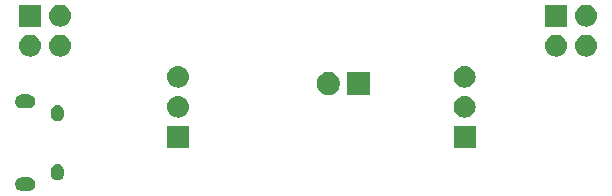
<source format=gbr>
G04 #@! TF.GenerationSoftware,KiCad,Pcbnew,(5.1.4)-1*
G04 #@! TF.CreationDate,2019-09-29T17:47:35+09:00*
G04 #@! TF.ProjectId,project 02 micro usb,70726f6a-6563-4742-9030-32206d696372,2*
G04 #@! TF.SameCoordinates,Original*
G04 #@! TF.FileFunction,Soldermask,Bot*
G04 #@! TF.FilePolarity,Negative*
%FSLAX46Y46*%
G04 Gerber Fmt 4.6, Leading zero omitted, Abs format (unit mm)*
G04 Created by KiCad (PCBNEW (5.1.4)-1) date 2019-09-29 17:47:35*
%MOMM*%
%LPD*%
G04 APERTURE LIST*
%ADD10C,0.100000*%
G04 APERTURE END LIST*
D10*
G36*
X106381516Y-45176579D02*
G01*
X106437955Y-45182138D01*
X106522260Y-45207712D01*
X106546572Y-45215087D01*
X106646668Y-45268589D01*
X106734406Y-45340594D01*
X106806411Y-45428332D01*
X106859913Y-45528428D01*
X106859914Y-45528431D01*
X106892862Y-45637045D01*
X106903987Y-45750000D01*
X106892862Y-45862955D01*
X106859914Y-45971569D01*
X106859913Y-45971572D01*
X106806411Y-46071668D01*
X106734406Y-46159406D01*
X106646668Y-46231411D01*
X106546572Y-46284913D01*
X106546569Y-46284914D01*
X106437955Y-46317862D01*
X106381516Y-46323421D01*
X106353298Y-46326200D01*
X105746702Y-46326200D01*
X105718484Y-46323421D01*
X105662045Y-46317862D01*
X105553431Y-46284914D01*
X105553428Y-46284913D01*
X105453332Y-46231411D01*
X105365594Y-46159406D01*
X105293589Y-46071668D01*
X105240087Y-45971572D01*
X105240086Y-45971569D01*
X105207138Y-45862955D01*
X105196013Y-45750000D01*
X105207138Y-45637045D01*
X105240086Y-45528431D01*
X105240087Y-45528428D01*
X105293589Y-45428332D01*
X105365594Y-45340594D01*
X105453332Y-45268589D01*
X105553428Y-45215087D01*
X105577740Y-45207712D01*
X105662045Y-45182138D01*
X105718484Y-45176579D01*
X105746702Y-45173800D01*
X106353298Y-45173800D01*
X106381516Y-45176579D01*
X106381516Y-45176579D01*
G37*
G36*
X108858054Y-44056775D02*
G01*
X108961956Y-44088294D01*
X109057712Y-44139476D01*
X109141643Y-44208357D01*
X109210524Y-44292288D01*
X109261706Y-44388045D01*
X109293225Y-44491947D01*
X109301200Y-44572922D01*
X109301200Y-44927079D01*
X109293225Y-45008054D01*
X109261706Y-45111956D01*
X109210524Y-45207712D01*
X109141643Y-45291643D01*
X109057712Y-45360524D01*
X108961955Y-45411706D01*
X108858053Y-45443225D01*
X108750000Y-45453867D01*
X108641946Y-45443225D01*
X108538044Y-45411706D01*
X108442288Y-45360524D01*
X108358357Y-45291643D01*
X108289476Y-45207712D01*
X108238294Y-45111955D01*
X108206775Y-45008053D01*
X108198800Y-44927078D01*
X108198800Y-44572921D01*
X108206775Y-44491946D01*
X108238295Y-44388044D01*
X108238296Y-44388041D01*
X108289476Y-44292290D01*
X108289477Y-44292288D01*
X108358358Y-44208357D01*
X108442289Y-44139476D01*
X108538045Y-44088294D01*
X108641947Y-44056775D01*
X108750000Y-44046133D01*
X108858054Y-44056775D01*
X108858054Y-44056775D01*
G37*
G36*
X119926200Y-42676200D02*
G01*
X118073800Y-42676200D01*
X118073800Y-40823800D01*
X119926200Y-40823800D01*
X119926200Y-42676200D01*
X119926200Y-42676200D01*
G37*
G36*
X144176200Y-42676200D02*
G01*
X142323800Y-42676200D01*
X142323800Y-40823800D01*
X144176200Y-40823800D01*
X144176200Y-42676200D01*
X144176200Y-42676200D01*
G37*
G36*
X108858054Y-39056775D02*
G01*
X108961956Y-39088294D01*
X109057712Y-39139476D01*
X109141643Y-39208357D01*
X109210524Y-39292288D01*
X109261706Y-39388045D01*
X109293225Y-39491947D01*
X109301200Y-39572922D01*
X109301200Y-39927079D01*
X109293225Y-40008054D01*
X109261706Y-40111956D01*
X109210524Y-40207712D01*
X109141643Y-40291643D01*
X109057712Y-40360524D01*
X108961955Y-40411706D01*
X108858053Y-40443225D01*
X108750000Y-40453867D01*
X108641946Y-40443225D01*
X108538044Y-40411706D01*
X108442288Y-40360524D01*
X108358357Y-40291643D01*
X108289476Y-40207712D01*
X108238294Y-40111955D01*
X108206775Y-40008053D01*
X108198800Y-39927078D01*
X108198800Y-39572921D01*
X108206775Y-39491946D01*
X108238295Y-39388044D01*
X108238296Y-39388041D01*
X108289476Y-39292290D01*
X108289477Y-39292288D01*
X108358358Y-39208357D01*
X108442289Y-39139476D01*
X108538045Y-39088294D01*
X108641947Y-39056775D01*
X108750000Y-39046133D01*
X108858054Y-39056775D01*
X108858054Y-39056775D01*
G37*
G36*
X119181565Y-38297201D02*
G01*
X119356159Y-38350164D01*
X119517058Y-38436166D01*
X119658091Y-38551909D01*
X119773834Y-38692942D01*
X119859836Y-38853841D01*
X119912799Y-39028435D01*
X119930681Y-39210000D01*
X119912799Y-39391565D01*
X119859836Y-39566159D01*
X119773834Y-39727058D01*
X119658091Y-39868091D01*
X119517058Y-39983834D01*
X119356159Y-40069836D01*
X119181565Y-40122799D01*
X119045500Y-40136200D01*
X118954500Y-40136200D01*
X118818435Y-40122799D01*
X118643841Y-40069836D01*
X118482942Y-39983834D01*
X118341909Y-39868091D01*
X118226166Y-39727058D01*
X118140164Y-39566159D01*
X118087201Y-39391565D01*
X118069319Y-39210000D01*
X118087201Y-39028435D01*
X118140164Y-38853841D01*
X118226166Y-38692942D01*
X118341909Y-38551909D01*
X118482942Y-38436166D01*
X118643841Y-38350164D01*
X118818435Y-38297201D01*
X118954500Y-38283800D01*
X119045500Y-38283800D01*
X119181565Y-38297201D01*
X119181565Y-38297201D01*
G37*
G36*
X143431565Y-38297201D02*
G01*
X143606159Y-38350164D01*
X143767058Y-38436166D01*
X143908091Y-38551909D01*
X144023834Y-38692942D01*
X144109836Y-38853841D01*
X144162799Y-39028435D01*
X144180681Y-39210000D01*
X144162799Y-39391565D01*
X144109836Y-39566159D01*
X144023834Y-39727058D01*
X143908091Y-39868091D01*
X143767058Y-39983834D01*
X143606159Y-40069836D01*
X143431565Y-40122799D01*
X143295500Y-40136200D01*
X143204500Y-40136200D01*
X143068435Y-40122799D01*
X142893841Y-40069836D01*
X142732942Y-39983834D01*
X142591909Y-39868091D01*
X142476166Y-39727058D01*
X142390164Y-39566159D01*
X142337201Y-39391565D01*
X142319319Y-39210000D01*
X142337201Y-39028435D01*
X142390164Y-38853841D01*
X142476166Y-38692942D01*
X142591909Y-38551909D01*
X142732942Y-38436166D01*
X142893841Y-38350164D01*
X143068435Y-38297201D01*
X143204500Y-38283800D01*
X143295500Y-38283800D01*
X143431565Y-38297201D01*
X143431565Y-38297201D01*
G37*
G36*
X106381516Y-38176579D02*
G01*
X106437955Y-38182138D01*
X106546569Y-38215086D01*
X106546572Y-38215087D01*
X106646668Y-38268589D01*
X106734406Y-38340594D01*
X106806411Y-38428332D01*
X106859913Y-38528428D01*
X106859914Y-38528431D01*
X106892862Y-38637045D01*
X106903987Y-38750000D01*
X106892862Y-38862955D01*
X106859914Y-38971569D01*
X106859913Y-38971572D01*
X106806411Y-39071668D01*
X106734406Y-39159406D01*
X106646668Y-39231411D01*
X106546572Y-39284913D01*
X106546569Y-39284914D01*
X106437955Y-39317862D01*
X106381516Y-39323421D01*
X106353298Y-39326200D01*
X105746702Y-39326200D01*
X105718484Y-39323421D01*
X105662045Y-39317862D01*
X105553431Y-39284914D01*
X105553428Y-39284913D01*
X105453332Y-39231411D01*
X105365594Y-39159406D01*
X105293589Y-39071668D01*
X105240087Y-38971572D01*
X105240086Y-38971569D01*
X105207138Y-38862955D01*
X105196013Y-38750000D01*
X105207138Y-38637045D01*
X105240086Y-38528431D01*
X105240087Y-38528428D01*
X105293589Y-38428332D01*
X105365594Y-38340594D01*
X105453332Y-38268589D01*
X105553428Y-38215087D01*
X105553431Y-38215086D01*
X105662045Y-38182138D01*
X105718484Y-38176579D01*
X105746702Y-38173800D01*
X106353298Y-38173800D01*
X106381516Y-38176579D01*
X106381516Y-38176579D01*
G37*
G36*
X135226200Y-38226200D02*
G01*
X133273800Y-38226200D01*
X133273800Y-36273800D01*
X135226200Y-36273800D01*
X135226200Y-38226200D01*
X135226200Y-38226200D01*
G37*
G36*
X131931880Y-36298810D02*
G01*
X131994747Y-36311315D01*
X132172404Y-36384903D01*
X132332291Y-36491736D01*
X132468264Y-36627709D01*
X132575097Y-36787596D01*
X132648685Y-36965253D01*
X132686200Y-37153853D01*
X132686200Y-37346147D01*
X132648685Y-37534747D01*
X132575097Y-37712404D01*
X132468264Y-37872291D01*
X132332291Y-38008264D01*
X132172404Y-38115097D01*
X131994747Y-38188685D01*
X131931880Y-38201190D01*
X131806149Y-38226200D01*
X131613851Y-38226200D01*
X131488120Y-38201190D01*
X131425253Y-38188685D01*
X131247596Y-38115097D01*
X131087709Y-38008264D01*
X130951736Y-37872291D01*
X130844903Y-37712404D01*
X130771315Y-37534747D01*
X130733800Y-37346147D01*
X130733800Y-37153853D01*
X130771315Y-36965253D01*
X130844903Y-36787596D01*
X130951736Y-36627709D01*
X131087709Y-36491736D01*
X131247596Y-36384903D01*
X131425253Y-36311315D01*
X131488120Y-36298810D01*
X131613851Y-36273800D01*
X131806149Y-36273800D01*
X131931880Y-36298810D01*
X131931880Y-36298810D01*
G37*
G36*
X119181565Y-35757201D02*
G01*
X119356159Y-35810164D01*
X119517058Y-35896166D01*
X119658091Y-36011909D01*
X119773834Y-36152942D01*
X119859836Y-36313841D01*
X119912799Y-36488435D01*
X119930681Y-36670000D01*
X119912799Y-36851565D01*
X119859836Y-37026159D01*
X119773834Y-37187058D01*
X119658091Y-37328091D01*
X119517058Y-37443834D01*
X119356159Y-37529836D01*
X119181565Y-37582799D01*
X119045500Y-37596200D01*
X118954500Y-37596200D01*
X118818435Y-37582799D01*
X118643841Y-37529836D01*
X118482942Y-37443834D01*
X118341909Y-37328091D01*
X118226166Y-37187058D01*
X118140164Y-37026159D01*
X118087201Y-36851565D01*
X118069319Y-36670000D01*
X118087201Y-36488435D01*
X118140164Y-36313841D01*
X118226166Y-36152942D01*
X118341909Y-36011909D01*
X118482942Y-35896166D01*
X118643841Y-35810164D01*
X118818435Y-35757201D01*
X118954500Y-35743800D01*
X119045500Y-35743800D01*
X119181565Y-35757201D01*
X119181565Y-35757201D01*
G37*
G36*
X143431565Y-35757201D02*
G01*
X143606159Y-35810164D01*
X143767058Y-35896166D01*
X143908091Y-36011909D01*
X144023834Y-36152942D01*
X144109836Y-36313841D01*
X144162799Y-36488435D01*
X144180681Y-36670000D01*
X144162799Y-36851565D01*
X144109836Y-37026159D01*
X144023834Y-37187058D01*
X143908091Y-37328091D01*
X143767058Y-37443834D01*
X143606159Y-37529836D01*
X143431565Y-37582799D01*
X143295500Y-37596200D01*
X143204500Y-37596200D01*
X143068435Y-37582799D01*
X142893841Y-37529836D01*
X142732942Y-37443834D01*
X142591909Y-37328091D01*
X142476166Y-37187058D01*
X142390164Y-37026159D01*
X142337201Y-36851565D01*
X142319319Y-36670000D01*
X142337201Y-36488435D01*
X142390164Y-36313841D01*
X142476166Y-36152942D01*
X142591909Y-36011909D01*
X142732942Y-35896166D01*
X142893841Y-35810164D01*
X143068435Y-35757201D01*
X143204500Y-35743800D01*
X143295500Y-35743800D01*
X143431565Y-35757201D01*
X143431565Y-35757201D01*
G37*
G36*
X151181565Y-33127201D02*
G01*
X151356159Y-33180164D01*
X151517058Y-33266166D01*
X151658091Y-33381909D01*
X151773834Y-33522942D01*
X151859836Y-33683841D01*
X151912799Y-33858435D01*
X151930681Y-34040000D01*
X151912799Y-34221565D01*
X151859836Y-34396159D01*
X151773834Y-34557058D01*
X151658091Y-34698091D01*
X151517058Y-34813834D01*
X151356159Y-34899836D01*
X151181565Y-34952799D01*
X151045500Y-34966200D01*
X150954500Y-34966200D01*
X150818435Y-34952799D01*
X150643841Y-34899836D01*
X150482942Y-34813834D01*
X150341909Y-34698091D01*
X150226166Y-34557058D01*
X150140164Y-34396159D01*
X150087201Y-34221565D01*
X150069319Y-34040000D01*
X150087201Y-33858435D01*
X150140164Y-33683841D01*
X150226166Y-33522942D01*
X150341909Y-33381909D01*
X150482942Y-33266166D01*
X150643841Y-33180164D01*
X150818435Y-33127201D01*
X150954500Y-33113800D01*
X151045500Y-33113800D01*
X151181565Y-33127201D01*
X151181565Y-33127201D01*
G37*
G36*
X109181565Y-33127201D02*
G01*
X109356159Y-33180164D01*
X109517058Y-33266166D01*
X109658091Y-33381909D01*
X109773834Y-33522942D01*
X109859836Y-33683841D01*
X109912799Y-33858435D01*
X109930681Y-34040000D01*
X109912799Y-34221565D01*
X109859836Y-34396159D01*
X109773834Y-34557058D01*
X109658091Y-34698091D01*
X109517058Y-34813834D01*
X109356159Y-34899836D01*
X109181565Y-34952799D01*
X109045500Y-34966200D01*
X108954500Y-34966200D01*
X108818435Y-34952799D01*
X108643841Y-34899836D01*
X108482942Y-34813834D01*
X108341909Y-34698091D01*
X108226166Y-34557058D01*
X108140164Y-34396159D01*
X108087201Y-34221565D01*
X108069319Y-34040000D01*
X108087201Y-33858435D01*
X108140164Y-33683841D01*
X108226166Y-33522942D01*
X108341909Y-33381909D01*
X108482942Y-33266166D01*
X108643841Y-33180164D01*
X108818435Y-33127201D01*
X108954500Y-33113800D01*
X109045500Y-33113800D01*
X109181565Y-33127201D01*
X109181565Y-33127201D01*
G37*
G36*
X106641565Y-33127201D02*
G01*
X106816159Y-33180164D01*
X106977058Y-33266166D01*
X107118091Y-33381909D01*
X107233834Y-33522942D01*
X107319836Y-33683841D01*
X107372799Y-33858435D01*
X107390681Y-34040000D01*
X107372799Y-34221565D01*
X107319836Y-34396159D01*
X107233834Y-34557058D01*
X107118091Y-34698091D01*
X106977058Y-34813834D01*
X106816159Y-34899836D01*
X106641565Y-34952799D01*
X106505500Y-34966200D01*
X106414500Y-34966200D01*
X106278435Y-34952799D01*
X106103841Y-34899836D01*
X105942942Y-34813834D01*
X105801909Y-34698091D01*
X105686166Y-34557058D01*
X105600164Y-34396159D01*
X105547201Y-34221565D01*
X105529319Y-34040000D01*
X105547201Y-33858435D01*
X105600164Y-33683841D01*
X105686166Y-33522942D01*
X105801909Y-33381909D01*
X105942942Y-33266166D01*
X106103841Y-33180164D01*
X106278435Y-33127201D01*
X106414500Y-33113800D01*
X106505500Y-33113800D01*
X106641565Y-33127201D01*
X106641565Y-33127201D01*
G37*
G36*
X153721565Y-33127201D02*
G01*
X153896159Y-33180164D01*
X154057058Y-33266166D01*
X154198091Y-33381909D01*
X154313834Y-33522942D01*
X154399836Y-33683841D01*
X154452799Y-33858435D01*
X154470681Y-34040000D01*
X154452799Y-34221565D01*
X154399836Y-34396159D01*
X154313834Y-34557058D01*
X154198091Y-34698091D01*
X154057058Y-34813834D01*
X153896159Y-34899836D01*
X153721565Y-34952799D01*
X153585500Y-34966200D01*
X153494500Y-34966200D01*
X153358435Y-34952799D01*
X153183841Y-34899836D01*
X153022942Y-34813834D01*
X152881909Y-34698091D01*
X152766166Y-34557058D01*
X152680164Y-34396159D01*
X152627201Y-34221565D01*
X152609319Y-34040000D01*
X152627201Y-33858435D01*
X152680164Y-33683841D01*
X152766166Y-33522942D01*
X152881909Y-33381909D01*
X153022942Y-33266166D01*
X153183841Y-33180164D01*
X153358435Y-33127201D01*
X153494500Y-33113800D01*
X153585500Y-33113800D01*
X153721565Y-33127201D01*
X153721565Y-33127201D01*
G37*
G36*
X109181565Y-30587201D02*
G01*
X109356159Y-30640164D01*
X109517058Y-30726166D01*
X109658091Y-30841909D01*
X109773834Y-30982942D01*
X109859836Y-31143841D01*
X109912799Y-31318435D01*
X109930681Y-31500000D01*
X109912799Y-31681565D01*
X109859836Y-31856159D01*
X109773834Y-32017058D01*
X109658091Y-32158091D01*
X109517058Y-32273834D01*
X109356159Y-32359836D01*
X109181565Y-32412799D01*
X109045500Y-32426200D01*
X108954500Y-32426200D01*
X108818435Y-32412799D01*
X108643841Y-32359836D01*
X108482942Y-32273834D01*
X108341909Y-32158091D01*
X108226166Y-32017058D01*
X108140164Y-31856159D01*
X108087201Y-31681565D01*
X108069319Y-31500000D01*
X108087201Y-31318435D01*
X108140164Y-31143841D01*
X108226166Y-30982942D01*
X108341909Y-30841909D01*
X108482942Y-30726166D01*
X108643841Y-30640164D01*
X108818435Y-30587201D01*
X108954500Y-30573800D01*
X109045500Y-30573800D01*
X109181565Y-30587201D01*
X109181565Y-30587201D01*
G37*
G36*
X153721565Y-30587201D02*
G01*
X153896159Y-30640164D01*
X154057058Y-30726166D01*
X154198091Y-30841909D01*
X154313834Y-30982942D01*
X154399836Y-31143841D01*
X154452799Y-31318435D01*
X154470681Y-31500000D01*
X154452799Y-31681565D01*
X154399836Y-31856159D01*
X154313834Y-32017058D01*
X154198091Y-32158091D01*
X154057058Y-32273834D01*
X153896159Y-32359836D01*
X153721565Y-32412799D01*
X153585500Y-32426200D01*
X153494500Y-32426200D01*
X153358435Y-32412799D01*
X153183841Y-32359836D01*
X153022942Y-32273834D01*
X152881909Y-32158091D01*
X152766166Y-32017058D01*
X152680164Y-31856159D01*
X152627201Y-31681565D01*
X152609319Y-31500000D01*
X152627201Y-31318435D01*
X152680164Y-31143841D01*
X152766166Y-30982942D01*
X152881909Y-30841909D01*
X153022942Y-30726166D01*
X153183841Y-30640164D01*
X153358435Y-30587201D01*
X153494500Y-30573800D01*
X153585500Y-30573800D01*
X153721565Y-30587201D01*
X153721565Y-30587201D01*
G37*
G36*
X107386200Y-32426200D02*
G01*
X105533800Y-32426200D01*
X105533800Y-30573800D01*
X107386200Y-30573800D01*
X107386200Y-32426200D01*
X107386200Y-32426200D01*
G37*
G36*
X151926200Y-32426200D02*
G01*
X150073800Y-32426200D01*
X150073800Y-30573800D01*
X151926200Y-30573800D01*
X151926200Y-32426200D01*
X151926200Y-32426200D01*
G37*
M02*

</source>
